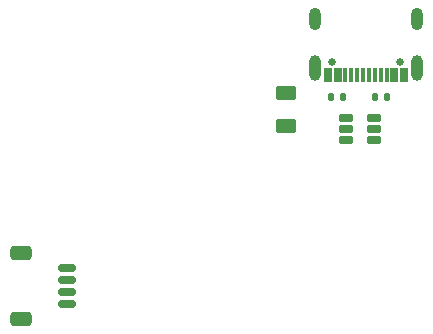
<source format=gbr>
%TF.GenerationSoftware,KiCad,Pcbnew,8.0.2*%
%TF.CreationDate,2024-11-08T17:25:48-08:00*%
%TF.ProjectId,gh80-5000-daughterboard,67683830-2d35-4303-9030-2d6461756768,rev?*%
%TF.SameCoordinates,Original*%
%TF.FileFunction,Soldermask,Top*%
%TF.FilePolarity,Negative*%
%FSLAX46Y46*%
G04 Gerber Fmt 4.6, Leading zero omitted, Abs format (unit mm)*
G04 Created by KiCad (PCBNEW 8.0.2) date 2024-11-08 17:25:48*
%MOMM*%
%LPD*%
G01*
G04 APERTURE LIST*
G04 Aperture macros list*
%AMRoundRect*
0 Rectangle with rounded corners*
0 $1 Rounding radius*
0 $2 $3 $4 $5 $6 $7 $8 $9 X,Y pos of 4 corners*
0 Add a 4 corners polygon primitive as box body*
4,1,4,$2,$3,$4,$5,$6,$7,$8,$9,$2,$3,0*
0 Add four circle primitives for the rounded corners*
1,1,$1+$1,$2,$3*
1,1,$1+$1,$4,$5*
1,1,$1+$1,$6,$7*
1,1,$1+$1,$8,$9*
0 Add four rect primitives between the rounded corners*
20,1,$1+$1,$2,$3,$4,$5,0*
20,1,$1+$1,$4,$5,$6,$7,0*
20,1,$1+$1,$6,$7,$8,$9,0*
20,1,$1+$1,$8,$9,$2,$3,0*%
G04 Aperture macros list end*
%ADD10RoundRect,0.250000X-0.625000X0.375000X-0.625000X-0.375000X0.625000X-0.375000X0.625000X0.375000X0*%
%ADD11RoundRect,0.135000X0.135000X0.185000X-0.135000X0.185000X-0.135000X-0.185000X0.135000X-0.185000X0*%
%ADD12C,0.650000*%
%ADD13RoundRect,0.050800X0.300000X0.575000X-0.300000X0.575000X-0.300000X-0.575000X0.300000X-0.575000X0*%
%ADD14RoundRect,0.050800X0.150000X0.575000X-0.150000X0.575000X-0.150000X-0.575000X0.150000X-0.575000X0*%
%ADD15O,1.001600X2.201600*%
%ADD16O,1.001600X1.901600*%
%ADD17RoundRect,0.150000X-0.625000X0.150000X-0.625000X-0.150000X0.625000X-0.150000X0.625000X0.150000X0*%
%ADD18RoundRect,0.250000X-0.650000X0.350000X-0.650000X-0.350000X0.650000X-0.350000X0.650000X0.350000X0*%
%ADD19RoundRect,0.135000X-0.135000X-0.185000X0.135000X-0.185000X0.135000X0.185000X-0.135000X0.185000X0*%
%ADD20RoundRect,0.150000X0.475000X0.150000X-0.475000X0.150000X-0.475000X-0.150000X0.475000X-0.150000X0*%
G04 APERTURE END LIST*
D10*
%TO.C,F1*%
X184000000Y-53800000D03*
X184000000Y-56600000D03*
%TD*%
D11*
%TO.C,R11*%
X188810000Y-54150000D03*
X187790000Y-54150000D03*
%TD*%
D12*
%TO.C,J3*%
X193640100Y-51122800D03*
X187860100Y-51122800D03*
D13*
X193950000Y-52247800D03*
X193149900Y-52247800D03*
D14*
X192000100Y-52247800D03*
X191000100Y-52247800D03*
X190499900Y-52247800D03*
X189499900Y-52247800D03*
D13*
X188350100Y-52247800D03*
X187550000Y-52247800D03*
X187550000Y-52247800D03*
X188350100Y-52247800D03*
D14*
X189000100Y-52247800D03*
X190000100Y-52247800D03*
X191499900Y-52247800D03*
X192499900Y-52247800D03*
D13*
X193149900Y-52247800D03*
X193950000Y-52247800D03*
D15*
X195069900Y-51682600D03*
D16*
X195069900Y-47502800D03*
D15*
X186430100Y-51682600D03*
D16*
X186430100Y-47502800D03*
%TD*%
D17*
%TO.C,J1*%
X165400000Y-68600000D03*
X165400000Y-69600000D03*
X165400000Y-70600000D03*
X165400000Y-71600000D03*
D18*
X161525000Y-67300000D03*
X161525000Y-72900000D03*
%TD*%
D19*
%TO.C,R13*%
X191490000Y-54150000D03*
X192510000Y-54150000D03*
%TD*%
D20*
%TO.C,U6*%
X191375000Y-57750000D03*
X191375000Y-56800000D03*
X191375000Y-55850000D03*
X189025000Y-55850000D03*
X189025000Y-56800000D03*
X189025000Y-57750000D03*
%TD*%
M02*

</source>
